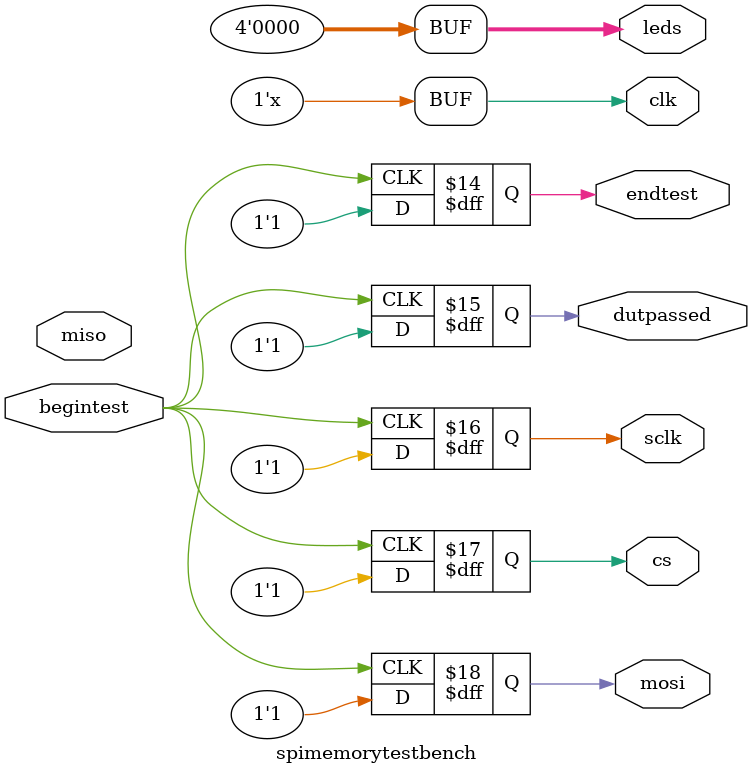
<source format=v>
`include "spimemory.v"

module spimemorytest();

  // Instantiate inputs and outputs
  wire       clk;         // FPGA clock
  wire       sclk;        // SPI clock
  wire       cs;          // SPI chip select
  wire       miso;        // SPI master in slave out
  wire       mosi;        // SPI master out slave in
  wire [3:0] leds;        // LEDs for debugging

  reg        begintest;   // Set high to begin testing
  wire       endtest;     // Set high to signal test completion
  wire       dutpassed;   // Indicates whether SPI memory passed tests

  // Instantiate SPI memory (device under test)
  spiMemory DUT
  (
    .clk(clk),
    .sclk_pin(sclk),
    .cs_pin(cs),
    .miso_pin(miso),
    .mosi_pin(mosi),
    .leds(leds)
  );

  // Instantiate SPI memory test bench
  spimemorytestbench tester
  (
    .begintest(begintest),
    .endtest(endtest),
    .dutpassed(dutpassed),
    .clk(clk),
    .sclk(sclk),
    .cs(cs),
    .miso(miso),
    .mosi(mosi),
    .leds(leds)
  );

  // Assert 'begintest'
  initial begin
    $dumpfile("spimemory.vcd");
    $dumpvars(0, DUT);
    begintest = 0; #10
    begintest = 1;
  end

  // Display test results
  always @ (posedge endtest) begin
    $display("DUT passed?: %b", dutpassed);
    $finish();
  end

endmodule

module spimemorytestbench
(
// Test bench driver connections
input            begintest,
output reg       endtest,
output reg       dutpassed,

// SPI memory DUT connections
output reg       clk,
output reg       sclk,
output reg       cs,
input            miso,
output reg       mosi,
output reg [3:0] leds
);

  // Add some helper vars
  reg [7:0] data_from_read;

  // Initialize SPI memory driver signals
  initial begin
    clk            = 0;
    sclk           = 0;
    cs             = 1;
    mosi           = 0;
    leds           = 4'b0;
    data_from_read = 0;
  end

  always #10 clk = !clk;

  // When 'begintest' is asserted, run test cases
  always @(posedge begintest) begin
    endtest = 0;
    dutpassed = 1; #10

    sclk = 0; #100
    sclk = 1; #100

    // Some test cases
    write(7'b0000001, 8'b10101010); #100

    read(7'b0000001, data_from_read); #1000
    $display("%b",data_from_read);

    // At the end now
    #5
    endtest = 1;
  end

  // Because I wanted functions but apparently those don't have time delays
  // Thanks, http://www.asic-world.com/verilog/task_func1.html
  task read;
    input [6:0] address;
    output [7:0] data;
    integer i;
    begin
      cs = 0; #1000
      // Serial input address
      for (i=0; i<7; i=i+1) begin
        sclk = 0; // Data presented on falling edge
        mosi = address[6-i]; #100
        sclk = 1; #100;
      end
      // Read bit
      sclk = 0;
      mosi = 1; #100
      sclk = 1; #100
      // Read back data
      for (i=0; i<8; i=i+1) begin
        sclk = 0; #100
        sclk = 1; // Data captured on rising edge
        data[7-i] = miso; #100;
      end
      #10000;
      cs = 1;
    end
  endtask

  task write;
    input [6:0] address;
    input [7:0] write_data;
    integer i;
    begin
      cs = 0; #1000
      // Serial input address
      for (i=0; i<7; i=i+1) begin
        sclk = 0; // Data presented on falling edge
        mosi = address[6-i]; #10000
        sclk = 1; #10000;
      end
      // Write bit
      sclk = 0;
      mosi = 0; #10000
      sclk = 1; #10000
      // Serial input write data
      for (i=0; i<8; i=i+1) begin
        sclk = 0; // Data presented on falling edge
        mosi = write_data[7-i]; #10000
        sclk = 1; #10000;
      end
      #10000
      cs = 1;
    end
  endtask
endmodule

</source>
